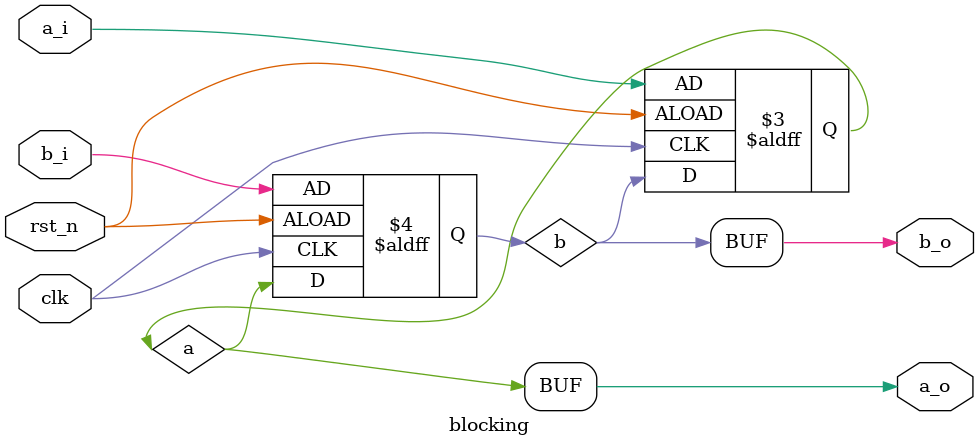
<source format=v>
module blocking (
		clk,
		rst_n,
		a_i,
		b_i,
		a_o,
		b_o
	);
input clk;
input rst_n;
input a_i, b_i;
output a_o, b_o;

reg a, b;

assign a_o = a;
assign b_o = b;

always @(posedge clk or negedge rst_n) begin
    if (~rst_n) begin
		a <= a_i;
		b <= b_i;
    end
    else begin
		a <= b;
		b <= a;
    end
end

endmodule

</source>
